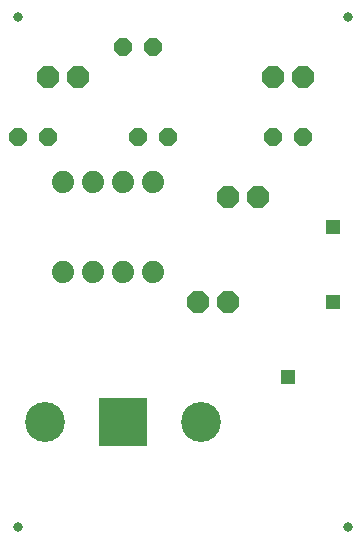
<source format=gbs>
G75*
%MOIN*%
%OFA0B0*%
%FSLAX25Y25*%
%IPPOS*%
%LPD*%
%AMOC8*
5,1,8,0,0,1.08239X$1,22.5*
%
%ADD10C,0.03200*%
%ADD11R,0.16400X0.16400*%
%ADD12C,0.13300*%
%ADD13OC8,0.07400*%
%ADD14C,0.07400*%
%ADD15OC8,0.06000*%
%ADD16R,0.04800X0.04800*%
D10*
X0016800Y0016800D03*
X0126800Y0016800D03*
X0126800Y0186800D03*
X0016800Y0186800D03*
D11*
X0051800Y0051800D03*
D12*
X0077800Y0051800D03*
X0025800Y0051800D03*
D13*
X0076800Y0091800D03*
X0086800Y0091800D03*
X0086800Y0126800D03*
X0096800Y0126800D03*
X0101800Y0166800D03*
X0111800Y0166800D03*
X0036800Y0166800D03*
X0026800Y0166800D03*
D14*
X0031800Y0131800D03*
X0041800Y0131800D03*
X0051800Y0131800D03*
X0061800Y0131800D03*
X0061800Y0101800D03*
X0051800Y0101800D03*
X0041800Y0101800D03*
X0031800Y0101800D03*
D15*
X0026800Y0146800D03*
X0016800Y0146800D03*
X0051800Y0176800D03*
X0061800Y0176800D03*
X0056800Y0146800D03*
X0066800Y0146800D03*
X0101800Y0146800D03*
X0111800Y0146800D03*
D16*
X0121800Y0116800D03*
X0121800Y0091800D03*
X0106800Y0066800D03*
M02*

</source>
